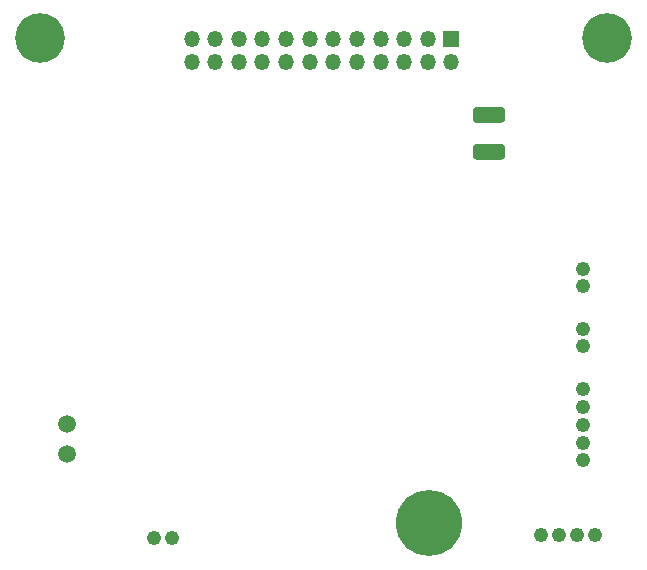
<source format=gbr>
%TF.GenerationSoftware,KiCad,Pcbnew,(5.1.12)-1*%
%TF.CreationDate,2023-01-19T10:38:35-07:00*%
%TF.ProjectId,SpritePCB,53707269-7465-4504-9342-2e6b69636164,rev?*%
%TF.SameCoordinates,Original*%
%TF.FileFunction,Soldermask,Top*%
%TF.FilePolarity,Negative*%
%FSLAX46Y46*%
G04 Gerber Fmt 4.6, Leading zero omitted, Abs format (unit mm)*
G04 Created by KiCad (PCBNEW (5.1.12)-1) date 2023-01-19 10:38:35*
%MOMM*%
%LPD*%
G01*
G04 APERTURE LIST*
%ADD10O,1.350000X1.350000*%
%ADD11R,1.350000X1.350000*%
%ADD12C,1.498600*%
%ADD13C,1.244600*%
%ADD14C,5.600000*%
%ADD15C,4.200000*%
G04 APERTURE END LIST*
D10*
%TO.C,J1*%
X45818000Y-44545000D03*
X45818000Y-42545000D03*
X47818000Y-44545000D03*
X47818000Y-42545000D03*
X49818000Y-44545000D03*
X49818000Y-42545000D03*
X51818000Y-44545000D03*
X51818000Y-42545000D03*
X53818000Y-44545000D03*
X53818000Y-42545000D03*
X55818000Y-44545000D03*
X55818000Y-42545000D03*
X57818000Y-44545000D03*
X57818000Y-42545000D03*
X59818000Y-44545000D03*
X59818000Y-42545000D03*
X61818000Y-44545000D03*
X61818000Y-42545000D03*
X63818000Y-44545000D03*
X63818000Y-42545000D03*
X65818000Y-44545000D03*
X65818000Y-42545000D03*
X67818000Y-44545000D03*
D11*
X67818000Y-42545000D03*
%TD*%
D12*
%TO.C,J6*%
X35306000Y-75184001D03*
X35306000Y-77683999D03*
%TD*%
D13*
%TO.C,J7*%
X78994000Y-68580001D03*
X78994000Y-67079999D03*
%TD*%
%TO.C,J5*%
X42671999Y-84836000D03*
X44172001Y-84836000D03*
%TD*%
%TO.C,J4*%
X78994000Y-63500001D03*
X78994000Y-61999999D03*
%TD*%
%TO.C,J3*%
X78994000Y-78232000D03*
X78994000Y-76732000D03*
X78994000Y-75232001D03*
X78994000Y-73732001D03*
X78994000Y-72232002D03*
%TD*%
%TO.C,J2*%
X79938001Y-84582000D03*
X78438002Y-84582000D03*
X76938000Y-84582000D03*
X75438000Y-84582000D03*
%TD*%
D14*
%TO.C,H3*%
X65913000Y-83566000D03*
%TD*%
D15*
%TO.C,H2*%
X81000000Y-42453900D03*
%TD*%
%TO.C,H1*%
X33000000Y-42453900D03*
%TD*%
%TO.C,C51*%
G36*
G01*
X69892997Y-51446000D02*
X72093003Y-51446000D01*
G75*
G02*
X72343000Y-51695997I0J-249997D01*
G01*
X72343000Y-52521003D01*
G75*
G02*
X72093003Y-52771000I-249997J0D01*
G01*
X69892997Y-52771000D01*
G75*
G02*
X69643000Y-52521003I0J249997D01*
G01*
X69643000Y-51695997D01*
G75*
G02*
X69892997Y-51446000I249997J0D01*
G01*
G37*
G36*
G01*
X69892997Y-48321000D02*
X72093003Y-48321000D01*
G75*
G02*
X72343000Y-48570997I0J-249997D01*
G01*
X72343000Y-49396003D01*
G75*
G02*
X72093003Y-49646000I-249997J0D01*
G01*
X69892997Y-49646000D01*
G75*
G02*
X69643000Y-49396003I0J249997D01*
G01*
X69643000Y-48570997D01*
G75*
G02*
X69892997Y-48321000I249997J0D01*
G01*
G37*
%TD*%
M02*

</source>
